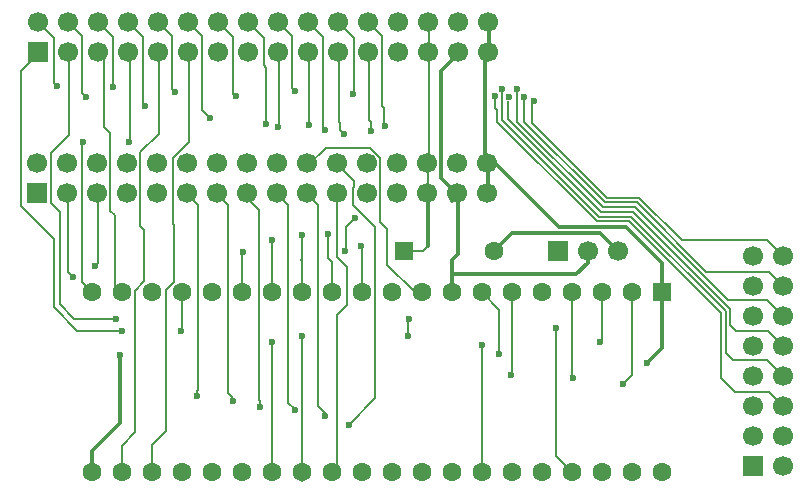
<source format=gbr>
%TF.GenerationSoftware,KiCad,Pcbnew,9.0.3*%
%TF.CreationDate,2025-09-27T11:53:30-04:00*%
%TF.ProjectId,6502-interposer,36353032-2d69-46e7-9465-72706f736572,rev?*%
%TF.SameCoordinates,Original*%
%TF.FileFunction,Copper,L1,Top*%
%TF.FilePolarity,Positive*%
%FSLAX46Y46*%
G04 Gerber Fmt 4.6, Leading zero omitted, Abs format (unit mm)*
G04 Created by KiCad (PCBNEW 9.0.3) date 2025-09-27 11:53:30*
%MOMM*%
%LPD*%
G01*
G04 APERTURE LIST*
G04 Aperture macros list*
%AMRoundRect*
0 Rectangle with rounded corners*
0 $1 Rounding radius*
0 $2 $3 $4 $5 $6 $7 $8 $9 X,Y pos of 4 corners*
0 Add a 4 corners polygon primitive as box body*
4,1,4,$2,$3,$4,$5,$6,$7,$8,$9,$2,$3,0*
0 Add four circle primitives for the rounded corners*
1,1,$1+$1,$2,$3*
1,1,$1+$1,$4,$5*
1,1,$1+$1,$6,$7*
1,1,$1+$1,$8,$9*
0 Add four rect primitives between the rounded corners*
20,1,$1+$1,$2,$3,$4,$5,0*
20,1,$1+$1,$4,$5,$6,$7,0*
20,1,$1+$1,$6,$7,$8,$9,0*
20,1,$1+$1,$8,$9,$2,$3,0*%
G04 Aperture macros list end*
%TA.AperFunction,ComponentPad*%
%ADD10RoundRect,0.250000X-0.550000X-0.550000X0.550000X-0.550000X0.550000X0.550000X-0.550000X0.550000X0*%
%TD*%
%TA.AperFunction,ComponentPad*%
%ADD11C,1.600000*%
%TD*%
%TA.AperFunction,ComponentPad*%
%ADD12R,1.700000X1.700000*%
%TD*%
%TA.AperFunction,ComponentPad*%
%ADD13C,1.700000*%
%TD*%
%TA.AperFunction,ComponentPad*%
%ADD14RoundRect,0.250000X-0.550000X0.550000X-0.550000X-0.550000X0.550000X-0.550000X0.550000X0.550000X0*%
%TD*%
%TA.AperFunction,ViaPad*%
%ADD15C,0.600000*%
%TD*%
%TA.AperFunction,Conductor*%
%ADD16C,0.200000*%
%TD*%
%TA.AperFunction,Conductor*%
%ADD17C,0.300000*%
%TD*%
G04 APERTURE END LIST*
D10*
%TO.P,D1,1,K*%
%TO.N,/vcc2*%
X78690000Y-61000000D03*
D11*
%TO.P,D1,2,A*%
%TO.N,Net-(D1-A)*%
X86310000Y-61000000D03*
%TD*%
D12*
%TO.P,J2,1,CH-1*%
%TO.N,/A8*%
X47660000Y-44140000D03*
D13*
%TO.P,J2,2,CH-2*%
%TO.N,/A9*%
X50200000Y-44140000D03*
%TO.P,J2,3,CH-3*%
%TO.N,/A10*%
X52740000Y-44140000D03*
%TO.P,J2,4,CH-4*%
%TO.N,/A11*%
X55280000Y-44140000D03*
%TO.P,J2,5,CH-5*%
%TO.N,/A12*%
X57820000Y-44140000D03*
%TO.P,J2,6,CH-6*%
%TO.N,/A13*%
X60360000Y-44140000D03*
%TO.P,J2,7,CH-7*%
%TO.N,/A14*%
X62900000Y-44140000D03*
%TO.P,J2,8,CH-8*%
%TO.N,/A15*%
X65440000Y-44140000D03*
%TO.P,J2,9,CH-9*%
%TO.N,/Opt2.1*%
X67980000Y-44140000D03*
%TO.P,J2,10,CH-10*%
%TO.N,/Opt2.2*%
X70520000Y-44140000D03*
%TO.P,J2,11,CH-11*%
%TO.N,/Opt2.3*%
X73060000Y-44140000D03*
%TO.P,J2,12,CH-12*%
%TO.N,/Opt2.4*%
X75600000Y-44140000D03*
%TO.P,J2,13,3V3*%
%TO.N,unconnected-(J2-3V3-Pad13)*%
X78140000Y-44140000D03*
%TO.P,J2,14,5V0*%
%TO.N,/vcc2*%
X80680000Y-44140000D03*
%TO.P,J2,15,VRF*%
%TO.N,+5V*%
X83220000Y-44140000D03*
%TO.P,J2,16,GND*%
%TO.N,GND*%
X85760000Y-44140000D03*
X85760000Y-41600000D03*
%TO.P,J2,18,TRG*%
%TO.N,unconnected-(J2-TRG-Pad18)*%
X83220000Y-41600000D03*
%TO.P,J2,19,5V0*%
%TO.N,/vcc2*%
X80680000Y-41600000D03*
%TO.P,J2,20,3V3*%
%TO.N,unconnected-(J2-3V3-Pad20)*%
X78140000Y-41600000D03*
%TO.P,J2,21,CH-13*%
%TO.N,/Opt2.5*%
X75600000Y-41600000D03*
%TO.P,J2,22,CH-14*%
%TO.N,/Opt2.6*%
X73060000Y-41600000D03*
%TO.P,J2,23,CH-15*%
%TO.N,/Opt2.7*%
X70520000Y-41600000D03*
%TO.P,J2,24,CH-16*%
%TO.N,/Opt2.8*%
X67980000Y-41600000D03*
%TO.P,J2,25,CH-17*%
%TO.N,/Opt2.9*%
X65440000Y-41600000D03*
%TO.P,J2,26,CH-18*%
%TO.N,/Opt2.10*%
X62900000Y-41600000D03*
%TO.P,J2,27,CH-19*%
%TO.N,/Opt2.11*%
X60360000Y-41600000D03*
%TO.P,J2,28,CH-20*%
%TO.N,/Opt2.12*%
X57820000Y-41600000D03*
%TO.P,J2,29,CH-21*%
%TO.N,/Opt2.13*%
X55280000Y-41600000D03*
%TO.P,J2,30,CH-22*%
%TO.N,/Opt2.14*%
X52740000Y-41600000D03*
%TO.P,J2,31,CH-23*%
%TO.N,/Opt2.15*%
X50200000Y-41600000D03*
%TO.P,J2,32,CH-24*%
%TO.N,/Opt2.16*%
X47660000Y-41600000D03*
%TD*%
D12*
%TO.P,JP1,1,A*%
%TO.N,unconnected-(JP1-A-Pad1)*%
X91670000Y-61000000D03*
D13*
%TO.P,JP1,2,C*%
%TO.N,+5V*%
X94210000Y-61000000D03*
%TO.P,JP1,3,B*%
%TO.N,Net-(D1-A)*%
X96750000Y-61000000D03*
%TD*%
D14*
%TO.P,U1,1,VSS*%
%TO.N,GND*%
X100500000Y-64510000D03*
D11*
%TO.P,U1,2,RDY*%
%TO.N,/RDY*%
X97960000Y-64510000D03*
%TO.P,U1,3,\u03D51*%
%TO.N,/\u03D51*%
X95420000Y-64510000D03*
%TO.P,U1,4,~{IRQ}*%
%TO.N,/~{IRQ}*%
X92880000Y-64510000D03*
%TO.P,U1,5,nc*%
%TO.N,unconnected-(U1-nc-Pad5)*%
X90340000Y-64510000D03*
%TO.P,U1,6,~{NMI}*%
%TO.N,/~{NMI}*%
X87800000Y-64510000D03*
%TO.P,U1,7,SYNC*%
%TO.N,/SYNC*%
X85260000Y-64510000D03*
%TO.P,U1,8,VCC*%
%TO.N,+5V*%
X82720000Y-64510000D03*
%TO.P,U1,9,A0*%
%TO.N,/A0*%
X80180000Y-64510000D03*
%TO.P,U1,10,A1*%
%TO.N,/A1*%
X77640000Y-64510000D03*
%TO.P,U1,11,A2*%
%TO.N,/A2*%
X75100000Y-64510000D03*
%TO.P,U1,12,A3*%
%TO.N,/A3*%
X72560000Y-64510000D03*
%TO.P,U1,13,A4*%
%TO.N,/A4*%
X70020000Y-64510000D03*
%TO.P,U1,14,A5*%
%TO.N,/A5*%
X67480000Y-64510000D03*
%TO.P,U1,15,A6*%
%TO.N,/A6*%
X64940000Y-64510000D03*
%TO.P,U1,16,A7*%
%TO.N,/A7*%
X62400000Y-64510000D03*
%TO.P,U1,17,A8*%
%TO.N,/A8*%
X59860000Y-64510000D03*
%TO.P,U1,18,A9*%
%TO.N,/A9*%
X57320000Y-64510000D03*
%TO.P,U1,19,A10*%
%TO.N,/A10*%
X54780000Y-64510000D03*
%TO.P,U1,20,A11*%
%TO.N,/A11*%
X52240000Y-64510000D03*
%TO.P,U1,21,VSS*%
%TO.N,GND*%
X52240000Y-79750000D03*
%TO.P,U1,22,A12*%
%TO.N,/A12*%
X54780000Y-79750000D03*
%TO.P,U1,23,A13*%
%TO.N,/A13*%
X57320000Y-79750000D03*
%TO.P,U1,24,A14*%
%TO.N,/A14*%
X59860000Y-79750000D03*
%TO.P,U1,25,A15*%
%TO.N,/A15*%
X62400000Y-79750000D03*
%TO.P,U1,26,D7*%
%TO.N,/D7*%
X64940000Y-79750000D03*
%TO.P,U1,27,D6*%
%TO.N,/D6*%
X67480000Y-79750000D03*
%TO.P,U1,28,D5*%
%TO.N,/D5*%
X70020000Y-79750000D03*
%TO.P,U1,29,D4*%
%TO.N,/D4*%
X72560000Y-79750000D03*
%TO.P,U1,30,D3*%
%TO.N,/D3*%
X75100000Y-79750000D03*
%TO.P,U1,31,D2*%
%TO.N,/D2*%
X77640000Y-79750000D03*
%TO.P,U1,32,D1*%
%TO.N,/D1*%
X80180000Y-79750000D03*
%TO.P,U1,33,D0*%
%TO.N,/D0*%
X82720000Y-79750000D03*
%TO.P,U1,34,R/~{W}*%
%TO.N,/R{slash}~{W}*%
X85260000Y-79750000D03*
%TO.P,U1,35,nc*%
%TO.N,unconnected-(U1-nc-Pad35)*%
X87800000Y-79750000D03*
%TO.P,U1,36,nc*%
%TO.N,unconnected-(U1-nc-Pad36)*%
X90340000Y-79750000D03*
%TO.P,U1,37,\u03D50*%
%TO.N,/\u03D50*%
X92880000Y-79750000D03*
%TO.P,U1,38,~{SO}*%
%TO.N,unconnected-(U1-~{SO}-Pad38)*%
X95420000Y-79750000D03*
%TO.P,U1,39,\u03D52*%
%TO.N,unconnected-(U1-\u03D52-Pad39)*%
X97960000Y-79750000D03*
%TO.P,U1,40,~{RES}*%
%TO.N,/~{RES}*%
X100500000Y-79750000D03*
%TD*%
D12*
%TO.P,J3,1,Pin_1*%
%TO.N,/Opt2.1*%
X108210000Y-79200000D03*
D13*
%TO.P,J3,2,Pin_2*%
%TO.N,/Opt2.2*%
X110750000Y-79200000D03*
%TO.P,J3,3,Pin_3*%
%TO.N,/Opt2.3*%
X108210000Y-76660000D03*
%TO.P,J3,4,Pin_4*%
%TO.N,/Opt2.4*%
X110750000Y-76660000D03*
%TO.P,J3,5,Pin_5*%
%TO.N,/Opt2.5*%
X108210000Y-74120000D03*
%TO.P,J3,6,Pin_6*%
%TO.N,/Opt2.6*%
X110750000Y-74120000D03*
%TO.P,J3,7,Pin_7*%
%TO.N,/Opt2.7*%
X108210000Y-71580000D03*
%TO.P,J3,8,Pin_8*%
%TO.N,/Opt2.8*%
X110750000Y-71580000D03*
%TO.P,J3,9,Pin_9*%
%TO.N,/Opt2.9*%
X108210000Y-69040000D03*
%TO.P,J3,10,Pin_10*%
%TO.N,/Opt2.10*%
X110750000Y-69040000D03*
%TO.P,J3,11,Pin_11*%
%TO.N,/Opt2.11*%
X108210000Y-66500000D03*
%TO.P,J3,12,Pin_12*%
%TO.N,/Opt2.12*%
X110750000Y-66500000D03*
%TO.P,J3,13,Pin_13*%
%TO.N,/Opt2.13*%
X108210000Y-63960000D03*
%TO.P,J3,14,Pin_14*%
%TO.N,/Opt2.14*%
X110750000Y-63960000D03*
%TO.P,J3,15,Pin_15*%
%TO.N,/Opt2.15*%
X108210000Y-61420000D03*
%TO.P,J3,16,Pin_16*%
%TO.N,/Opt2.16*%
X110750000Y-61420000D03*
%TD*%
D12*
%TO.P,J1,1,CH-1*%
%TO.N,/RDY*%
X47580000Y-56140000D03*
D13*
%TO.P,J1,2,CH-2*%
%TO.N,/~{IRQ}*%
X50120000Y-56140000D03*
%TO.P,J1,3,CH-3*%
%TO.N,/~{NMI}*%
X52660000Y-56140000D03*
%TO.P,J1,4,CH-4*%
%TO.N,/R{slash}~{W}*%
X55200000Y-56140000D03*
%TO.P,J1,5,CH-5*%
%TO.N,/\u03D50*%
X57740000Y-56140000D03*
%TO.P,J1,6,CH-6*%
%TO.N,/~{RES}*%
X60280000Y-56140000D03*
%TO.P,J1,7,CH-7*%
%TO.N,/D0*%
X62820000Y-56140000D03*
%TO.P,J1,8,CH-8*%
%TO.N,/D1*%
X65360000Y-56140000D03*
%TO.P,J1,9,CH-9*%
%TO.N,/D2*%
X67900000Y-56140000D03*
%TO.P,J1,10,CH-10*%
%TO.N,/D3*%
X70440000Y-56140000D03*
%TO.P,J1,11,CH-11*%
%TO.N,/D4*%
X72980000Y-56140000D03*
%TO.P,J1,12,CH-12*%
%TO.N,/D5*%
X75520000Y-56140000D03*
%TO.P,J1,13,3V3*%
%TO.N,unconnected-(J1-3V3-Pad13)*%
X78060000Y-56140000D03*
%TO.P,J1,14,5V0*%
%TO.N,/vcc2*%
X80600000Y-56140000D03*
%TO.P,J1,15,VRF*%
%TO.N,+5V*%
X83140000Y-56140000D03*
%TO.P,J1,16,GND*%
%TO.N,GND*%
X85680000Y-56140000D03*
%TO.P,J1,17,GND*%
X85680000Y-53600000D03*
%TO.P,J1,18,TRG*%
%TO.N,unconnected-(J1-TRG-Pad18)*%
X83140000Y-53600000D03*
%TO.P,J1,19,5V0*%
%TO.N,/vcc2*%
X80600000Y-53600000D03*
%TO.P,J1,20,3V3*%
%TO.N,unconnected-(J1-3V3-Pad20)*%
X78060000Y-53600000D03*
%TO.P,J1,21,CH-13*%
%TO.N,/D6*%
X75520000Y-53600000D03*
%TO.P,J1,22,CH-14*%
%TO.N,/D7*%
X72980000Y-53600000D03*
%TO.P,J1,23,CH-15*%
%TO.N,/A0*%
X70440000Y-53600000D03*
%TO.P,J1,24,CH-16*%
%TO.N,/A1*%
X67900000Y-53600000D03*
%TO.P,J1,25,CH-17*%
%TO.N,/A2*%
X65360000Y-53600000D03*
%TO.P,J1,26,CH-18*%
%TO.N,/A3*%
X62820000Y-53600000D03*
%TO.P,J1,27,CH-19*%
%TO.N,/A4*%
X60280000Y-53600000D03*
%TO.P,J1,28,CH-20*%
%TO.N,/A5*%
X57740000Y-53600000D03*
%TO.P,J1,29,CH-21*%
%TO.N,/A6*%
X55200000Y-53600000D03*
%TO.P,J1,30,CH-22*%
%TO.N,/A7*%
X52660000Y-53600000D03*
%TO.P,J1,31,CH-23*%
%TO.N,/\u03D51*%
X50120000Y-53600000D03*
%TO.P,J1,32,CH-24*%
%TO.N,/SYNC*%
X47580000Y-53600000D03*
%TD*%
D15*
%TO.N,/SYNC*%
X86750000Y-69750000D03*
%TO.N,/\u03D51*%
X95250000Y-68750000D03*
%TO.N,/Opt2.9*%
X67000000Y-50250000D03*
%TO.N,/Opt2.16*%
X89668315Y-48331685D03*
X49250000Y-47001000D03*
%TO.N,/Opt2.6*%
X74311000Y-47704000D03*
X86380000Y-47890000D03*
%TO.N,/Opt2.11*%
X62250000Y-49750000D03*
%TO.N,/Opt2.15*%
X51750000Y-48000000D03*
%TO.N,/Opt2.13*%
X56750000Y-48750000D03*
%TO.N,/Opt2.12*%
X88194043Y-47335680D03*
X59250000Y-47553000D03*
%TO.N,/Opt2.3*%
X73625000Y-51125000D03*
%TO.N,/Opt2.14*%
X53991000Y-47152000D03*
X88850000Y-47968658D03*
%TO.N,/Opt2.2*%
X70620000Y-50370000D03*
%TO.N,/Opt2.5*%
X77098357Y-50447000D03*
%TO.N,/Opt2.8*%
X69469000Y-47500000D03*
X86923535Y-47303000D03*
%TO.N,/Opt2.7*%
X72000000Y-50750000D03*
%TO.N,/Opt2.4*%
X75854634Y-50848000D03*
%TO.N,/D7*%
X74000000Y-75750000D03*
%TO.N,/D2*%
X69420000Y-74500000D03*
%TO.N,/D3*%
X72000000Y-75000000D03*
%TO.N,/RDY*%
X97250000Y-72250000D03*
%TO.N,/A6*%
X65000000Y-61101000D03*
%TO.N,/A8*%
X54750000Y-67750000D03*
X59750000Y-67750000D03*
%TO.N,/D5*%
X79079000Y-66750000D03*
X70000000Y-68250000D03*
X79000000Y-68250000D03*
%TO.N,/A2*%
X75003093Y-60576952D03*
%TO.N,/A11*%
X51500000Y-51750000D03*
X55380000Y-51750000D03*
%TO.N,/\u03D50*%
X91500000Y-67500000D03*
%TO.N,/A4*%
X70020000Y-59652000D03*
%TO.N,/D1*%
X66500000Y-74250000D03*
%TO.N,/D0*%
X64182285Y-73750000D03*
%TO.N,/A9*%
X54250000Y-66750000D03*
%TO.N,/~{RES}*%
X61125000Y-73250000D03*
%TO.N,/A5*%
X67459412Y-60100000D03*
%TO.N,/R{slash}~{W}*%
X85250000Y-69000000D03*
%TO.N,/A3*%
X72200735Y-59549265D03*
%TO.N,GND*%
X99250000Y-70500000D03*
X54600000Y-69800000D03*
%TO.N,/~{NMI}*%
X52500000Y-62250000D03*
X87750000Y-71499000D03*
%TO.N,/~{IRQ}*%
X93000000Y-71750000D03*
X50652000Y-63249473D03*
%TO.N,/D6*%
X67500000Y-68750000D03*
X73700735Y-61049265D03*
X74500000Y-58250000D03*
%TO.N,/Opt2.10*%
X64406171Y-47902000D03*
X87581000Y-47968658D03*
%TO.N,/Opt2.1*%
X68000000Y-50500000D03*
%TD*%
D16*
%TO.N,/~{NMI}*%
X87800000Y-64510000D02*
X87800000Y-71449000D01*
X87800000Y-71449000D02*
X87750000Y-71499000D01*
%TO.N,/SYNC*%
X86750000Y-69750000D02*
X86750000Y-66000000D01*
X86750000Y-66000000D02*
X85260000Y-64510000D01*
%TO.N,/\u03D51*%
X95420000Y-68250000D02*
X95420000Y-68670000D01*
X95420000Y-68250000D02*
X95420000Y-68580000D01*
X95420000Y-68580000D02*
X95250000Y-68750000D01*
%TO.N,/\u03D50*%
X91500000Y-67500000D02*
X91500000Y-78370000D01*
X91500000Y-78370000D02*
X92880000Y-79750000D01*
%TO.N,/\u03D51*%
X95420000Y-64510000D02*
X95420000Y-68250000D01*
%TO.N,/Opt2.9*%
X66800000Y-45300000D02*
X66800000Y-42970000D01*
X67000000Y-50250000D02*
X67000000Y-45500000D01*
X66800000Y-42970000D02*
X65540000Y-41710000D01*
X67000000Y-45500000D02*
X66800000Y-45300000D01*
%TO.N,/Opt2.16*%
X89668315Y-48331685D02*
X89668315Y-48418315D01*
X49000000Y-46751000D02*
X49250000Y-47001000D01*
X102167750Y-60082250D02*
X109412250Y-60082250D01*
X89500000Y-48586630D02*
X89500000Y-50164500D01*
X109412250Y-60082250D02*
X110750000Y-61420000D01*
X95830500Y-56495000D02*
X98580500Y-56495000D01*
X89668315Y-48418315D02*
X89500000Y-48586630D01*
X98580500Y-56495000D02*
X102167750Y-60082250D01*
X47750000Y-41700000D02*
X49000000Y-42950000D01*
X89500000Y-50164500D02*
X95830500Y-56495000D01*
X49000000Y-42950000D02*
X49000000Y-46751000D01*
%TO.N,/Opt2.6*%
X109599000Y-72969000D02*
X106719000Y-72969000D01*
X105500000Y-66250000D02*
X97750000Y-58500000D01*
X74400000Y-47615000D02*
X74400000Y-42950000D01*
X86580000Y-50080000D02*
X86580000Y-49080000D01*
X97750000Y-58500000D02*
X95000000Y-58500000D01*
X86380000Y-48880000D02*
X86380000Y-47890000D01*
X110750000Y-74120000D02*
X109599000Y-72969000D01*
X95000000Y-58500000D02*
X86580000Y-50080000D01*
X106719000Y-72969000D02*
X105500000Y-71750000D01*
X86580000Y-49080000D02*
X86380000Y-48880000D01*
X105500000Y-71750000D02*
X105500000Y-66250000D01*
X74400000Y-42950000D02*
X73160000Y-41710000D01*
X74311000Y-47704000D02*
X74400000Y-47615000D01*
%TO.N,/Opt2.11*%
X61600000Y-49100000D02*
X61600000Y-42850000D01*
X61600000Y-42850000D02*
X60460000Y-41710000D01*
X62250000Y-49750000D02*
X61600000Y-49100000D01*
%TO.N,/Opt2.15*%
X51400000Y-42810000D02*
X51400000Y-47650000D01*
X50300000Y-41710000D02*
X51400000Y-42810000D01*
X51400000Y-47650000D02*
X51750000Y-48000000D01*
%TO.N,/Opt2.13*%
X56600000Y-42930000D02*
X55380000Y-41710000D01*
X56600000Y-48600000D02*
X56600000Y-42930000D01*
X56750000Y-48750000D02*
X56600000Y-48600000D01*
%TO.N,/Opt2.12*%
X88194043Y-47335680D02*
X88194043Y-47475473D01*
X59250000Y-47553000D02*
X59000000Y-47303000D01*
X88250000Y-50048700D02*
X95498300Y-57297000D01*
X88250000Y-47718715D02*
X88249000Y-47719715D01*
X88250000Y-48218601D02*
X88250000Y-50048700D01*
X88249000Y-48217601D02*
X88250000Y-48218601D01*
X109399350Y-65149350D02*
X110750000Y-66500000D01*
X59000000Y-42790000D02*
X57920000Y-41710000D01*
X95498300Y-57297000D02*
X98248300Y-57297000D01*
X59000000Y-47303000D02*
X59000000Y-42790000D01*
X88249000Y-47719715D02*
X88249000Y-48217601D01*
X88194043Y-47475473D02*
X88250000Y-47531430D01*
X106100650Y-65149350D02*
X109399350Y-65149350D01*
X98248300Y-57297000D02*
X106100650Y-65149350D01*
X88250000Y-47531430D02*
X88250000Y-47718715D01*
%TO.N,/Opt2.3*%
X73625000Y-51125000D02*
X73250000Y-50750000D01*
X73250000Y-50150555D02*
X73160000Y-50060555D01*
X73160000Y-50060555D02*
X73160000Y-44250000D01*
X73250000Y-50750000D02*
X73250000Y-50150555D01*
%TO.N,/Opt2.14*%
X53991000Y-47152000D02*
X54000000Y-47143000D01*
X104268400Y-62750000D02*
X109540000Y-62750000D01*
X109540000Y-62750000D02*
X110750000Y-63960000D01*
X54000000Y-42870000D02*
X52840000Y-41710000D01*
X54000000Y-47143000D02*
X54000000Y-42870000D01*
X88850000Y-47968658D02*
X88850000Y-50081600D01*
X88850000Y-50081600D02*
X95664400Y-56896000D01*
X98414400Y-56896000D02*
X104268400Y-62750000D01*
X95664400Y-56896000D02*
X98414400Y-56896000D01*
%TO.N,/Opt2.2*%
X70620000Y-50370000D02*
X70620000Y-44250000D01*
%TO.N,/Opt2.5*%
X76800000Y-48747000D02*
X76800000Y-42810000D01*
X77000000Y-48947000D02*
X76800000Y-48747000D01*
X76800000Y-42810000D02*
X75700000Y-41710000D01*
X77000000Y-50348643D02*
X77000000Y-48947000D01*
X77098357Y-50447000D02*
X77000000Y-50348643D01*
%TO.N,/Opt2.8*%
X86923535Y-47583592D02*
X86981000Y-47641057D01*
X109420000Y-70250000D02*
X110750000Y-71580000D01*
X105901000Y-66083900D02*
X105901000Y-69651000D01*
X105901000Y-69651000D02*
X106500000Y-70250000D01*
X69200000Y-47231000D02*
X69200000Y-42830000D01*
X97916100Y-58099000D02*
X105901000Y-66083900D01*
X69200000Y-42830000D02*
X68080000Y-41710000D01*
X86923535Y-47303000D02*
X86923535Y-47583592D01*
X86981000Y-49913900D02*
X95166100Y-58099000D01*
X86981000Y-47641057D02*
X86981000Y-49913900D01*
X106500000Y-70250000D02*
X109420000Y-70250000D01*
X69469000Y-47500000D02*
X69200000Y-47231000D01*
X95166100Y-58099000D02*
X97916100Y-58099000D01*
D17*
%TO.N,Net-(D1-A)*%
X87810000Y-59500000D02*
X86310000Y-61000000D01*
X96750000Y-61000000D02*
X95250000Y-59500000D01*
X95250000Y-59500000D02*
X87810000Y-59500000D01*
D16*
%TO.N,/Opt2.7*%
X72000000Y-50750000D02*
X71800000Y-50550000D01*
X71800000Y-50550000D02*
X71800000Y-42890000D01*
X71800000Y-42890000D02*
X70620000Y-41710000D01*
%TO.N,/Opt2.4*%
X75854634Y-50848000D02*
X75854634Y-50100000D01*
X75700000Y-49945366D02*
X75854634Y-50100000D01*
X75700000Y-44250000D02*
X75700000Y-49945366D01*
%TO.N,/D7*%
X76250000Y-73500000D02*
X74000000Y-75750000D01*
X74369000Y-57138000D02*
X76250000Y-59019000D01*
X73080000Y-53750000D02*
X74400000Y-55070000D01*
X74400000Y-55070000D02*
X74400000Y-55632240D01*
X74369000Y-55663240D02*
X74369000Y-57138000D01*
X76250000Y-59019000D02*
X76250000Y-73500000D01*
X74400000Y-55632240D02*
X74369000Y-55663240D01*
%TO.N,/D2*%
X69420000Y-74500000D02*
X69420000Y-74420000D01*
X68850000Y-73850000D02*
X68850000Y-57140000D01*
X68850000Y-57140000D02*
X68000000Y-56290000D01*
X69420000Y-74420000D02*
X68850000Y-73850000D01*
%TO.N,/D3*%
X72000000Y-75000000D02*
X72000000Y-74750000D01*
X71390000Y-74140000D02*
X71390000Y-57140000D01*
X71390000Y-57140000D02*
X70540000Y-56290000D01*
X72000000Y-74750000D02*
X71390000Y-74140000D01*
%TO.N,/RDY*%
X98170000Y-65040000D02*
X97960000Y-65250000D01*
X97960000Y-64510000D02*
X97960000Y-71540000D01*
X97960000Y-71540000D02*
X97250000Y-72250000D01*
%TO.N,/A6*%
X65000000Y-61101000D02*
X64940000Y-61161000D01*
X64940000Y-61161000D02*
X64940000Y-64510000D01*
%TO.N,/A8*%
X60070000Y-65040000D02*
X59860000Y-65250000D01*
X51000000Y-67750000D02*
X49000000Y-65750000D01*
X46200000Y-57200000D02*
X46200000Y-45810000D01*
X49000000Y-60000000D02*
X46200000Y-57200000D01*
X54750000Y-67750000D02*
X51000000Y-67750000D01*
X59860000Y-64510000D02*
X59860000Y-67640000D01*
X49000000Y-65750000D02*
X49000000Y-60000000D01*
X46200000Y-45810000D02*
X47760000Y-44250000D01*
X59860000Y-67640000D02*
X59750000Y-67750000D01*
%TO.N,/D5*%
X70020000Y-70270000D02*
X70020000Y-79750000D01*
X70000000Y-68250000D02*
X70000000Y-70250000D01*
X70000000Y-70250000D02*
X70020000Y-70270000D01*
X79000000Y-68250000D02*
X79000000Y-66829000D01*
X70230000Y-80280000D02*
X70020000Y-80490000D01*
X79000000Y-66829000D02*
X79079000Y-66750000D01*
%TO.N,/A2*%
X75100000Y-60673859D02*
X75003093Y-60576952D01*
X75100000Y-64510000D02*
X75100000Y-60673859D01*
%TO.N,/A11*%
X55500000Y-51630000D02*
X55380000Y-51750000D01*
X51400000Y-51850000D02*
X51400000Y-63670000D01*
X55380000Y-44250000D02*
X55500000Y-44370000D01*
X51500000Y-51750000D02*
X51400000Y-51850000D01*
X55500000Y-44370000D02*
X55500000Y-51630000D01*
X51400000Y-63670000D02*
X52240000Y-64510000D01*
%TO.N,/A13*%
X58500000Y-76250000D02*
X57320000Y-77430000D01*
X59200000Y-63612950D02*
X58500000Y-64312950D01*
X57320000Y-77430000D02*
X57320000Y-79750000D01*
X59129000Y-58729000D02*
X59200000Y-58800000D01*
X60460000Y-44250000D02*
X60460000Y-51790000D01*
X60460000Y-51790000D02*
X59129000Y-53121000D01*
X58500000Y-64312950D02*
X58500000Y-76250000D01*
X59129000Y-53121000D02*
X59129000Y-58729000D01*
X59200000Y-58800000D02*
X59200000Y-63612950D01*
%TO.N,/A4*%
X70020000Y-59652000D02*
X70020000Y-61650000D01*
X70020000Y-61770000D02*
X70020000Y-64510000D01*
X69985908Y-61684092D02*
X69985908Y-61735908D01*
X70020000Y-61650000D02*
X69985908Y-61684092D01*
X69985908Y-61735908D02*
X70020000Y-61770000D01*
%TO.N,/D4*%
X73800000Y-65600000D02*
X73000000Y-66400000D01*
X73080000Y-56290000D02*
X73000000Y-56370000D01*
X73000000Y-61545029D02*
X73800000Y-62345029D01*
X73000000Y-79310000D02*
X72560000Y-79750000D01*
X73000000Y-56370000D02*
X73000000Y-61545029D01*
X73800000Y-62345029D02*
X73800000Y-65600000D01*
X73000000Y-66400000D02*
X73000000Y-79310000D01*
%TO.N,/D1*%
X66379000Y-57549000D02*
X65370000Y-56540000D01*
X66500000Y-74250000D02*
X66500000Y-73750000D01*
X66379000Y-59250000D02*
X66379000Y-57549000D01*
X66500000Y-73750000D02*
X66379000Y-73629000D01*
X66379000Y-73629000D02*
X66379000Y-59250000D01*
%TO.N,/D0*%
X64136489Y-73386489D02*
X63770000Y-73020000D01*
X64136489Y-73704204D02*
X64136489Y-73386489D01*
X63770000Y-73020000D02*
X63770000Y-57140000D01*
X63770000Y-57140000D02*
X62920000Y-56290000D01*
X64182285Y-73750000D02*
X64136489Y-73704204D01*
%TO.N,/A9*%
X50750000Y-66750000D02*
X54250000Y-66750000D01*
X50410000Y-44360000D02*
X50300000Y-44250000D01*
X48800000Y-56981000D02*
X49500000Y-57681000D01*
X48800000Y-52700000D02*
X48800000Y-56981000D01*
X50300000Y-44250000D02*
X50300000Y-51200000D01*
X50300000Y-51200000D02*
X48800000Y-52700000D01*
X49500000Y-57681000D02*
X49500000Y-65500000D01*
X49500000Y-65500000D02*
X50750000Y-66750000D01*
%TO.N,/~{RES}*%
X61125000Y-73250000D02*
X61125000Y-72875000D01*
X61230000Y-72770000D02*
X61230000Y-57140000D01*
X61125000Y-72875000D02*
X61230000Y-72770000D01*
X61230000Y-57140000D02*
X60380000Y-56290000D01*
%TO.N,/A10*%
X53250000Y-50500000D02*
X53811000Y-51061000D01*
X53250000Y-44660000D02*
X53250000Y-50500000D01*
X52840000Y-44250000D02*
X53250000Y-44660000D01*
X53811000Y-51061000D02*
X53811000Y-57611000D01*
X53811000Y-57611000D02*
X54200000Y-58000000D01*
X54200000Y-63930000D02*
X54780000Y-64510000D01*
X54200000Y-58000000D02*
X54200000Y-63930000D01*
%TO.N,/A5*%
X67480000Y-61771000D02*
X67480000Y-64510000D01*
X67459412Y-61629412D02*
X67500000Y-61670000D01*
X67500000Y-61751000D02*
X67480000Y-61771000D01*
X67500000Y-61670000D02*
X67500000Y-61751000D01*
X67459412Y-60100000D02*
X67459412Y-61629412D01*
%TO.N,/A12*%
X57920000Y-44250000D02*
X57920000Y-51080000D01*
X57920000Y-51080000D02*
X56351000Y-52649000D01*
X54750000Y-77500000D02*
X54780000Y-77530000D01*
X55881000Y-76369000D02*
X54750000Y-77500000D01*
X56689000Y-63561000D02*
X55881000Y-64369000D01*
X56689000Y-59200000D02*
X56689000Y-63561000D01*
X56351000Y-52649000D02*
X56351000Y-58862000D01*
X55881000Y-64369000D02*
X55881000Y-76369000D01*
X56351000Y-58862000D02*
X56689000Y-59200000D01*
X54780000Y-77530000D02*
X54780000Y-79750000D01*
%TO.N,/R{slash}~{W}*%
X85260000Y-70510000D02*
X85260000Y-79750000D01*
X85250000Y-69000000D02*
X85250000Y-70500000D01*
X85250000Y-70500000D02*
X85260000Y-70510000D01*
%TO.N,/A3*%
X72200735Y-59549265D02*
X72200735Y-61600735D01*
X72200735Y-61600735D02*
X72560000Y-61960000D01*
X72560000Y-61960000D02*
X72560000Y-64510000D01*
D17*
%TO.N,+5V*%
X81800000Y-45770000D02*
X81800000Y-54850000D01*
X83240000Y-61260000D02*
X82720000Y-61780000D01*
X82720000Y-61780000D02*
X82720000Y-63000000D01*
X83240000Y-56290000D02*
X83240000Y-58000000D01*
X94210000Y-62040000D02*
X93250000Y-63000000D01*
X83240000Y-58000000D02*
X83240000Y-61260000D01*
X81800000Y-54850000D02*
X83240000Y-56290000D01*
X83320000Y-44250000D02*
X81800000Y-45770000D01*
X82720000Y-56810000D02*
X83240000Y-56290000D01*
X93250000Y-63000000D02*
X82720000Y-63000000D01*
X94210000Y-61000000D02*
X94210000Y-62040000D01*
X82720000Y-63000000D02*
X82720000Y-64510000D01*
%TO.N,GND*%
X91750000Y-59000000D02*
X86500000Y-53750000D01*
X85500000Y-53470000D02*
X85780000Y-53750000D01*
X100500000Y-69250000D02*
X100500000Y-64510000D01*
X99250000Y-70500000D02*
X100500000Y-69250000D01*
X52240000Y-77960000D02*
X54000000Y-76200000D01*
X100710000Y-65040000D02*
X100500000Y-65250000D01*
X54600000Y-75600000D02*
X54600000Y-69800000D01*
X85860000Y-41710000D02*
X85860000Y-44250000D01*
X85780000Y-56290000D02*
X85780000Y-53750000D01*
X100500000Y-62000000D02*
X97500000Y-59000000D01*
X85500000Y-44610000D02*
X85500000Y-53470000D01*
X52240000Y-79750000D02*
X52240000Y-77960000D01*
X54000000Y-76200000D02*
X54600000Y-75600000D01*
X100500000Y-64510000D02*
X100500000Y-62000000D01*
X86500000Y-53750000D02*
X85780000Y-53750000D01*
X85860000Y-44250000D02*
X85500000Y-44610000D01*
X97500000Y-59000000D02*
X91750000Y-59000000D01*
D16*
%TO.N,/A0*%
X79563840Y-64510000D02*
X80180000Y-64510000D01*
X77250000Y-59161000D02*
X77250000Y-62196160D01*
X72040000Y-52250000D02*
X75797760Y-52250000D01*
X77250000Y-62196160D02*
X79563840Y-64510000D01*
X76671000Y-58582000D02*
X77250000Y-59161000D01*
X75797760Y-52250000D02*
X76671000Y-53123240D01*
X70540000Y-53750000D02*
X72040000Y-52250000D01*
X76671000Y-53123240D02*
X76671000Y-58582000D01*
%TO.N,/~{NMI}*%
X52760000Y-56290000D02*
X52760000Y-61990000D01*
X52760000Y-61990000D02*
X52500000Y-62250000D01*
%TO.N,/~{IRQ}*%
X50220000Y-62817473D02*
X50652000Y-63249473D01*
X92880000Y-71630000D02*
X92880000Y-64510000D01*
X93000000Y-71750000D02*
X92880000Y-71630000D01*
X50220000Y-56290000D02*
X50220000Y-62817473D01*
X93090000Y-65040000D02*
X92880000Y-65250000D01*
%TO.N,/D6*%
X67500000Y-69500000D02*
X67480000Y-69520000D01*
X73700735Y-61049265D02*
X73750000Y-61000000D01*
X73750000Y-61000000D02*
X73750000Y-59000000D01*
X73750000Y-59000000D02*
X74500000Y-58250000D01*
X67480000Y-69520000D02*
X67480000Y-79750000D01*
X67500000Y-68750000D02*
X67500000Y-69500000D01*
%TO.N,/Opt2.10*%
X106302000Y-65917800D02*
X106302000Y-67302000D01*
X87500000Y-49865800D02*
X95332200Y-57698000D01*
X87500000Y-48291984D02*
X87500000Y-49865800D01*
X106750000Y-67750000D02*
X109460000Y-67750000D01*
X98082200Y-57698000D02*
X106302000Y-65917800D01*
X109460000Y-67750000D02*
X110750000Y-69040000D01*
X95332200Y-57698000D02*
X98082200Y-57698000D01*
X64200000Y-42910000D02*
X63000000Y-41710000D01*
X64406171Y-47902000D02*
X64200000Y-47695829D01*
X106302000Y-67302000D02*
X106750000Y-67750000D01*
X64200000Y-47695829D02*
X64200000Y-42910000D01*
%TO.N,/Opt2.1*%
X68000000Y-50500000D02*
X68080000Y-50420000D01*
X68080000Y-50420000D02*
X68080000Y-44250000D01*
%TO.N,/vcc2*%
X80700000Y-60550000D02*
X80250000Y-61000000D01*
X80780000Y-53670000D02*
X80700000Y-53750000D01*
X80780000Y-41710000D02*
X80780000Y-44250000D01*
X80250000Y-61000000D02*
X78690000Y-61000000D01*
X80620000Y-53670000D02*
X80700000Y-53750000D01*
D17*
X80700000Y-56290000D02*
X80700000Y-60550000D01*
D16*
X80780000Y-44250000D02*
X80780000Y-53670000D01*
X80700000Y-53750000D02*
X80700000Y-56290000D01*
%TD*%
M02*

</source>
